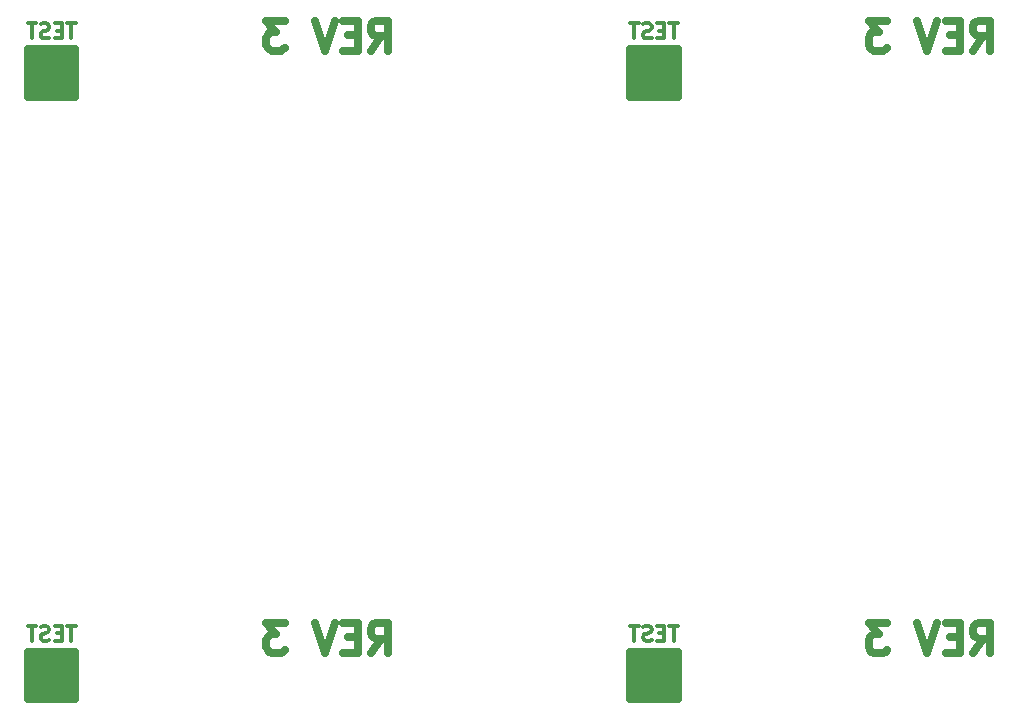
<source format=gbo>
%MOIN*%
%OFA0B0*%
%FSLAX46Y46*%
%IPPOS*%
%LPD*%
%ADD10C,0.025*%
%ADD11C,0.012000000000000002*%
%ADD12C,0.025590551181102365*%
%ADD23C,0.025*%
%ADD24C,0.012000000000000002*%
%ADD25C,0.025590551181102365*%
%ADD26C,0.025*%
%ADD27C,0.012000000000000002*%
%ADD28C,0.025590551181102365*%
%ADD29C,0.025*%
%ADD30C,0.012000000000000002*%
%ADD31C,0.025590551181102365*%
G01*
D10*
X0001562857Y0000223895D02*
X0001596190Y0000271514D01*
X0001620000Y0000223895D02*
X0001620000Y0000323895D01*
X0001581904Y0000323895D01*
X0001572380Y0000319133D01*
X0001567619Y0000314371D01*
X0001562857Y0000304848D01*
X0001562857Y0000290562D01*
X0001567619Y0000281038D01*
X0001572380Y0000276276D01*
X0001581904Y0000271514D01*
X0001620000Y0000271514D01*
X0001520000Y0000276276D02*
X0001486666Y0000276276D01*
X0001472380Y0000223895D02*
X0001520000Y0000223895D01*
X0001520000Y0000323895D01*
X0001472380Y0000323895D01*
X0001443809Y0000323895D02*
X0001410476Y0000223895D01*
X0001377142Y0000323895D01*
X0001277142Y0000323895D02*
X0001215238Y0000323895D01*
X0001248571Y0000285800D01*
X0001234285Y0000285800D01*
X0001224761Y0000281038D01*
X0001220000Y0000276276D01*
X0001215238Y0000266752D01*
X0001215238Y0000242943D01*
X0001220000Y0000233419D01*
X0001224761Y0000228657D01*
X0001234285Y0000223895D01*
X0001262857Y0000223895D01*
X0001272380Y0000228657D01*
X0001277142Y0000233419D01*
D11*
X0000579761Y0000314310D02*
X0000551190Y0000314310D01*
X0000565476Y0000264310D02*
X0000565476Y0000314310D01*
X0000534523Y0000290500D02*
X0000517857Y0000290500D01*
X0000510714Y0000264310D02*
X0000534523Y0000264310D01*
X0000534523Y0000314310D01*
X0000510714Y0000314310D01*
X0000491666Y0000266691D02*
X0000484523Y0000264310D01*
X0000472619Y0000264310D01*
X0000467857Y0000266691D01*
X0000465476Y0000269072D01*
X0000463095Y0000273833D01*
X0000463095Y0000278595D01*
X0000465476Y0000283357D01*
X0000467857Y0000285738D01*
X0000472619Y0000288119D01*
X0000482142Y0000290500D01*
X0000486904Y0000292881D01*
X0000489285Y0000295262D01*
X0000491666Y0000300024D01*
X0000491666Y0000304786D01*
X0000489285Y0000309548D01*
X0000486904Y0000311929D01*
X0000482142Y0000314310D01*
X0000470238Y0000314310D01*
X0000463095Y0000311929D01*
X0000448809Y0000314310D02*
X0000420238Y0000314310D01*
X0000434523Y0000264310D02*
X0000434523Y0000314310D01*
D12*
X0000421259Y0000227873D02*
X0000578740Y0000227873D01*
X0000421259Y0000168818D02*
X0000578740Y0000168818D01*
X0000421259Y0000090078D02*
X0000578740Y0000090078D01*
X0000578740Y0000070393D02*
X0000421259Y0000070393D01*
X0000421259Y0000129448D02*
X0000559055Y0000129448D01*
X0000421259Y0000227873D02*
X0000421259Y0000208188D01*
X0000421259Y0000070393D02*
X0000421259Y0000227873D01*
X0000421259Y0000149133D02*
X0000421259Y0000129448D01*
X0000421259Y0000188503D02*
X0000421259Y0000168818D01*
X0000578740Y0000208188D02*
X0000578740Y0000188503D01*
X0000578740Y0000188503D02*
X0000421259Y0000188503D01*
X0000421259Y0000109763D02*
X0000421259Y0000090078D01*
X0000578740Y0000109763D02*
X0000421259Y0000109763D01*
X0000578740Y0000227873D02*
X0000578740Y0000070393D01*
X0000578740Y0000129448D02*
X0000578740Y0000109763D01*
X0000578740Y0000168818D02*
X0000578740Y0000149133D01*
X0000578740Y0000149133D02*
X0000421259Y0000149133D01*
X0000559055Y0000129448D02*
X0000578740Y0000129448D01*
X0000421259Y0000208188D02*
X0000578740Y0000208188D01*
G04 next file*
G04 Gerber Fmt 4.6, Leading zero omitted, Abs format (unit mm)*
G04 Created by KiCad (PCBNEW (6.0.1)) date 2022-06-03 07:52:10*
G01*
G04 APERTURE LIST*
G04 APERTURE END LIST*
D23*
X0003570731Y0000223895D02*
X0003604064Y0000271514D01*
X0003627874Y0000223895D02*
X0003627874Y0000323895D01*
X0003589778Y0000323895D01*
X0003580254Y0000319133D01*
X0003575493Y0000314371D01*
X0003570731Y0000304848D01*
X0003570731Y0000290562D01*
X0003575493Y0000281038D01*
X0003580254Y0000276276D01*
X0003589778Y0000271514D01*
X0003627874Y0000271514D01*
X0003527874Y0000276276D02*
X0003494540Y0000276276D01*
X0003480254Y0000223895D02*
X0003527874Y0000223895D01*
X0003527874Y0000323895D01*
X0003480254Y0000323895D01*
X0003451683Y0000323895D02*
X0003418350Y0000223895D01*
X0003385016Y0000323895D01*
X0003285016Y0000323895D02*
X0003223112Y0000323895D01*
X0003256445Y0000285800D01*
X0003242159Y0000285800D01*
X0003232635Y0000281038D01*
X0003227874Y0000276276D01*
X0003223112Y0000266752D01*
X0003223112Y0000242943D01*
X0003227874Y0000233419D01*
X0003232635Y0000228657D01*
X0003242159Y0000223895D01*
X0003270731Y0000223895D01*
X0003280254Y0000228657D01*
X0003285016Y0000233419D01*
D24*
X0002587635Y0000314310D02*
X0002559064Y0000314310D01*
X0002573350Y0000264310D02*
X0002573350Y0000314310D01*
X0002542397Y0000290500D02*
X0002525731Y0000290500D01*
X0002518588Y0000264310D02*
X0002542397Y0000264310D01*
X0002542397Y0000314310D01*
X0002518588Y0000314310D01*
X0002499540Y0000266691D02*
X0002492397Y0000264310D01*
X0002480493Y0000264310D01*
X0002475731Y0000266691D01*
X0002473350Y0000269072D01*
X0002470969Y0000273833D01*
X0002470969Y0000278595D01*
X0002473350Y0000283357D01*
X0002475731Y0000285738D01*
X0002480493Y0000288119D01*
X0002490016Y0000290500D01*
X0002494778Y0000292881D01*
X0002497159Y0000295262D01*
X0002499540Y0000300024D01*
X0002499540Y0000304786D01*
X0002497159Y0000309548D01*
X0002494778Y0000311929D01*
X0002490016Y0000314310D01*
X0002478112Y0000314310D01*
X0002470969Y0000311929D01*
X0002456683Y0000314310D02*
X0002428112Y0000314310D01*
X0002442397Y0000264310D02*
X0002442397Y0000314310D01*
D25*
X0002429133Y0000227873D02*
X0002586614Y0000227873D01*
X0002429133Y0000168818D02*
X0002586614Y0000168818D01*
X0002429133Y0000090078D02*
X0002586614Y0000090078D01*
X0002586614Y0000070393D02*
X0002429133Y0000070393D01*
X0002429133Y0000129448D02*
X0002566929Y0000129448D01*
X0002429133Y0000227873D02*
X0002429133Y0000208188D01*
X0002429133Y0000070393D02*
X0002429133Y0000227873D01*
X0002429133Y0000149133D02*
X0002429133Y0000129448D01*
X0002429133Y0000188503D02*
X0002429133Y0000168818D01*
X0002586614Y0000208188D02*
X0002586614Y0000188503D01*
X0002586614Y0000188503D02*
X0002429133Y0000188503D01*
X0002429133Y0000109763D02*
X0002429133Y0000090078D01*
X0002586614Y0000109763D02*
X0002429133Y0000109763D01*
X0002586614Y0000227873D02*
X0002586614Y0000070393D01*
X0002586614Y0000129448D02*
X0002586614Y0000109763D01*
X0002586614Y0000168818D02*
X0002586614Y0000149133D01*
X0002586614Y0000149133D02*
X0002429133Y0000149133D01*
X0002566929Y0000129448D02*
X0002586614Y0000129448D01*
X0002429133Y0000208188D02*
X0002586614Y0000208188D01*
G04 next file*
G04 Gerber Fmt 4.6, Leading zero omitted, Abs format (unit mm)*
G04 Created by KiCad (PCBNEW (6.0.1)) date 2022-06-03 07:52:10*
G01*
G04 APERTURE LIST*
G04 APERTURE END LIST*
D26*
X0001562857Y0002231769D02*
X0001596190Y0002279388D01*
X0001620000Y0002231769D02*
X0001620000Y0002331769D01*
X0001581904Y0002331769D01*
X0001572380Y0002327007D01*
X0001567619Y0002322245D01*
X0001562857Y0002312722D01*
X0001562857Y0002298436D01*
X0001567619Y0002288912D01*
X0001572380Y0002284150D01*
X0001581904Y0002279388D01*
X0001620000Y0002279388D01*
X0001520000Y0002284150D02*
X0001486666Y0002284150D01*
X0001472380Y0002231769D02*
X0001520000Y0002231769D01*
X0001520000Y0002331769D01*
X0001472380Y0002331769D01*
X0001443809Y0002331769D02*
X0001410476Y0002231769D01*
X0001377142Y0002331769D01*
X0001277142Y0002331769D02*
X0001215238Y0002331769D01*
X0001248571Y0002293674D01*
X0001234285Y0002293674D01*
X0001224761Y0002288912D01*
X0001220000Y0002284150D01*
X0001215238Y0002274626D01*
X0001215238Y0002250817D01*
X0001220000Y0002241293D01*
X0001224761Y0002236531D01*
X0001234285Y0002231769D01*
X0001262857Y0002231769D01*
X0001272380Y0002236531D01*
X0001277142Y0002241293D01*
D27*
X0000579761Y0002322184D02*
X0000551190Y0002322184D01*
X0000565476Y0002272184D02*
X0000565476Y0002322184D01*
X0000534523Y0002298374D02*
X0000517857Y0002298374D01*
X0000510714Y0002272184D02*
X0000534523Y0002272184D01*
X0000534523Y0002322184D01*
X0000510714Y0002322184D01*
X0000491666Y0002274565D02*
X0000484523Y0002272184D01*
X0000472619Y0002272184D01*
X0000467857Y0002274565D01*
X0000465476Y0002276946D01*
X0000463095Y0002281707D01*
X0000463095Y0002286469D01*
X0000465476Y0002291231D01*
X0000467857Y0002293612D01*
X0000472619Y0002295993D01*
X0000482142Y0002298374D01*
X0000486904Y0002300755D01*
X0000489285Y0002303136D01*
X0000491666Y0002307898D01*
X0000491666Y0002312660D01*
X0000489285Y0002317422D01*
X0000486904Y0002319803D01*
X0000482142Y0002322184D01*
X0000470238Y0002322184D01*
X0000463095Y0002319803D01*
X0000448809Y0002322184D02*
X0000420238Y0002322184D01*
X0000434523Y0002272184D02*
X0000434523Y0002322184D01*
D28*
X0000421259Y0002235748D02*
X0000578740Y0002235748D01*
X0000421259Y0002176692D02*
X0000578740Y0002176692D01*
X0000421259Y0002097952D02*
X0000578740Y0002097952D01*
X0000578740Y0002078267D02*
X0000421259Y0002078267D01*
X0000421259Y0002137322D02*
X0000559055Y0002137322D01*
X0000421259Y0002235748D02*
X0000421259Y0002216062D01*
X0000421259Y0002078267D02*
X0000421259Y0002235748D01*
X0000421259Y0002157007D02*
X0000421259Y0002137322D01*
X0000421259Y0002196377D02*
X0000421259Y0002176692D01*
X0000578740Y0002216062D02*
X0000578740Y0002196377D01*
X0000578740Y0002196377D02*
X0000421259Y0002196377D01*
X0000421259Y0002117637D02*
X0000421259Y0002097952D01*
X0000578740Y0002117637D02*
X0000421259Y0002117637D01*
X0000578740Y0002235748D02*
X0000578740Y0002078267D01*
X0000578740Y0002137322D02*
X0000578740Y0002117637D01*
X0000578740Y0002176692D02*
X0000578740Y0002157007D01*
X0000578740Y0002157007D02*
X0000421259Y0002157007D01*
X0000559055Y0002137322D02*
X0000578740Y0002137322D01*
X0000421259Y0002216062D02*
X0000578740Y0002216062D01*
G04 next file*
G04 Gerber Fmt 4.6, Leading zero omitted, Abs format (unit mm)*
G04 Created by KiCad (PCBNEW (6.0.1)) date 2022-06-03 07:52:10*
G01*
G04 APERTURE LIST*
G04 APERTURE END LIST*
D29*
X0003570731Y0002231769D02*
X0003604064Y0002279388D01*
X0003627874Y0002231769D02*
X0003627874Y0002331769D01*
X0003589778Y0002331769D01*
X0003580254Y0002327007D01*
X0003575493Y0002322245D01*
X0003570731Y0002312722D01*
X0003570731Y0002298436D01*
X0003575493Y0002288912D01*
X0003580254Y0002284150D01*
X0003589778Y0002279388D01*
X0003627874Y0002279388D01*
X0003527874Y0002284150D02*
X0003494540Y0002284150D01*
X0003480254Y0002231769D02*
X0003527874Y0002231769D01*
X0003527874Y0002331769D01*
X0003480254Y0002331769D01*
X0003451683Y0002331769D02*
X0003418350Y0002231769D01*
X0003385016Y0002331769D01*
X0003285016Y0002331769D02*
X0003223112Y0002331769D01*
X0003256445Y0002293674D01*
X0003242159Y0002293674D01*
X0003232635Y0002288912D01*
X0003227874Y0002284150D01*
X0003223112Y0002274626D01*
X0003223112Y0002250817D01*
X0003227874Y0002241293D01*
X0003232635Y0002236531D01*
X0003242159Y0002231769D01*
X0003270731Y0002231769D01*
X0003280254Y0002236531D01*
X0003285016Y0002241293D01*
D30*
X0002587635Y0002322184D02*
X0002559064Y0002322184D01*
X0002573350Y0002272184D02*
X0002573350Y0002322184D01*
X0002542397Y0002298374D02*
X0002525731Y0002298374D01*
X0002518588Y0002272184D02*
X0002542397Y0002272184D01*
X0002542397Y0002322184D01*
X0002518588Y0002322184D01*
X0002499540Y0002274565D02*
X0002492397Y0002272184D01*
X0002480493Y0002272184D01*
X0002475731Y0002274565D01*
X0002473350Y0002276946D01*
X0002470969Y0002281707D01*
X0002470969Y0002286469D01*
X0002473350Y0002291231D01*
X0002475731Y0002293612D01*
X0002480493Y0002295993D01*
X0002490016Y0002298374D01*
X0002494778Y0002300755D01*
X0002497159Y0002303136D01*
X0002499540Y0002307898D01*
X0002499540Y0002312660D01*
X0002497159Y0002317422D01*
X0002494778Y0002319803D01*
X0002490016Y0002322184D01*
X0002478112Y0002322184D01*
X0002470969Y0002319803D01*
X0002456683Y0002322184D02*
X0002428112Y0002322184D01*
X0002442397Y0002272184D02*
X0002442397Y0002322184D01*
D31*
X0002429133Y0002235748D02*
X0002586614Y0002235748D01*
X0002429133Y0002176692D02*
X0002586614Y0002176692D01*
X0002429133Y0002097952D02*
X0002586614Y0002097952D01*
X0002586614Y0002078267D02*
X0002429133Y0002078267D01*
X0002429133Y0002137322D02*
X0002566929Y0002137322D01*
X0002429133Y0002235748D02*
X0002429133Y0002216062D01*
X0002429133Y0002078267D02*
X0002429133Y0002235748D01*
X0002429133Y0002157007D02*
X0002429133Y0002137322D01*
X0002429133Y0002196377D02*
X0002429133Y0002176692D01*
X0002586614Y0002216062D02*
X0002586614Y0002196377D01*
X0002586614Y0002196377D02*
X0002429133Y0002196377D01*
X0002429133Y0002117637D02*
X0002429133Y0002097952D01*
X0002586614Y0002117637D02*
X0002429133Y0002117637D01*
X0002586614Y0002235748D02*
X0002586614Y0002078267D01*
X0002586614Y0002137322D02*
X0002586614Y0002117637D01*
X0002586614Y0002176692D02*
X0002586614Y0002157007D01*
X0002586614Y0002157007D02*
X0002429133Y0002157007D01*
X0002566929Y0002137322D02*
X0002586614Y0002137322D01*
X0002429133Y0002216062D02*
X0002586614Y0002216062D01*
M02*
</source>
